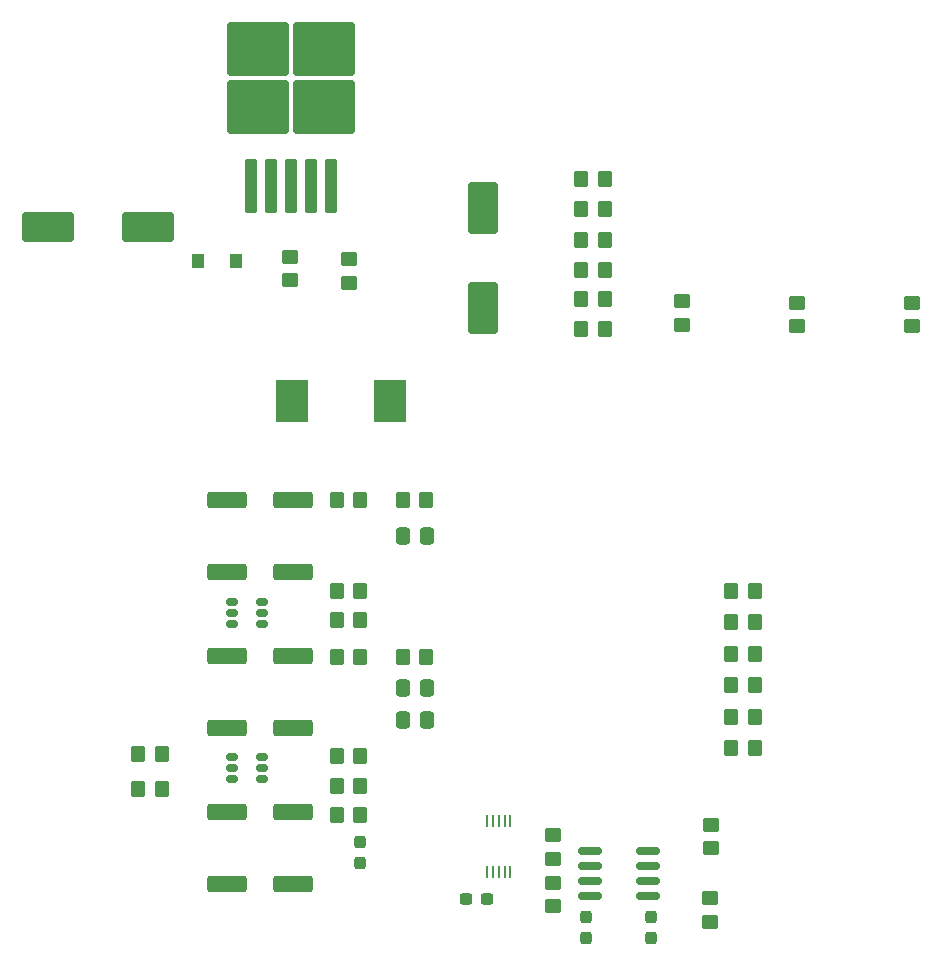
<source format=gbr>
%TF.GenerationSoftware,KiCad,Pcbnew,8.0.4*%
%TF.CreationDate,2024-12-25T17:02:42+05:30*%
%TF.ProjectId,BMS,424d532e-6b69-4636-9164-5f7063625858,rev?*%
%TF.SameCoordinates,Original*%
%TF.FileFunction,Paste,Top*%
%TF.FilePolarity,Positive*%
%FSLAX46Y46*%
G04 Gerber Fmt 4.6, Leading zero omitted, Abs format (unit mm)*
G04 Created by KiCad (PCBNEW 8.0.4) date 2024-12-25 17:02:42*
%MOMM*%
%LPD*%
G01*
G04 APERTURE LIST*
G04 Aperture macros list*
%AMRoundRect*
0 Rectangle with rounded corners*
0 $1 Rounding radius*
0 $2 $3 $4 $5 $6 $7 $8 $9 X,Y pos of 4 corners*
0 Add a 4 corners polygon primitive as box body*
4,1,4,$2,$3,$4,$5,$6,$7,$8,$9,$2,$3,0*
0 Add four circle primitives for the rounded corners*
1,1,$1+$1,$2,$3*
1,1,$1+$1,$4,$5*
1,1,$1+$1,$6,$7*
1,1,$1+$1,$8,$9*
0 Add four rect primitives between the rounded corners*
20,1,$1+$1,$2,$3,$4,$5,0*
20,1,$1+$1,$4,$5,$6,$7,0*
20,1,$1+$1,$6,$7,$8,$9,0*
20,1,$1+$1,$8,$9,$2,$3,0*%
G04 Aperture macros list end*
%ADD10RoundRect,0.237500X-0.237500X0.300000X-0.237500X-0.300000X0.237500X-0.300000X0.237500X0.300000X0*%
%ADD11RoundRect,0.250000X1.000000X-1.950000X1.000000X1.950000X-1.000000X1.950000X-1.000000X-1.950000X0*%
%ADD12RoundRect,0.250000X0.350000X0.450000X-0.350000X0.450000X-0.350000X-0.450000X0.350000X-0.450000X0*%
%ADD13RoundRect,0.250000X-0.350000X-0.450000X0.350000X-0.450000X0.350000X0.450000X-0.350000X0.450000X0*%
%ADD14R,2.700000X3.600000*%
%ADD15RoundRect,0.249999X-1.425001X0.450001X-1.425001X-0.450001X1.425001X-0.450001X1.425001X0.450001X0*%
%ADD16RoundRect,0.250000X-1.950000X-1.000000X1.950000X-1.000000X1.950000X1.000000X-1.950000X1.000000X0*%
%ADD17RoundRect,0.250000X0.450000X-0.350000X0.450000X0.350000X-0.450000X0.350000X-0.450000X-0.350000X0*%
%ADD18RoundRect,0.237500X0.300000X0.237500X-0.300000X0.237500X-0.300000X-0.237500X0.300000X-0.237500X0*%
%ADD19RoundRect,0.150000X0.825000X0.150000X-0.825000X0.150000X-0.825000X-0.150000X0.825000X-0.150000X0*%
%ADD20R,1.041400X1.193800*%
%ADD21RoundRect,0.175000X-0.325000X-0.175000X0.325000X-0.175000X0.325000X0.175000X-0.325000X0.175000X0*%
%ADD22RoundRect,0.250000X-0.337500X-0.475000X0.337500X-0.475000X0.337500X0.475000X-0.337500X0.475000X0*%
%ADD23RoundRect,0.250000X-0.450000X0.350000X-0.450000X-0.350000X0.450000X-0.350000X0.450000X0.350000X0*%
%ADD24RoundRect,0.250000X0.300000X-2.050000X0.300000X2.050000X-0.300000X2.050000X-0.300000X-2.050000X0*%
%ADD25RoundRect,0.250000X2.375000X-2.025000X2.375000X2.025000X-2.375000X2.025000X-2.375000X-2.025000X0*%
%ADD26R,0.250000X1.100000*%
G04 APERTURE END LIST*
D10*
%TO.C,C8*%
X160700000Y-130737500D03*
X160700000Y-132462500D03*
%TD*%
D11*
%TO.C,C3*%
X152004200Y-79114200D03*
X152004200Y-70714200D03*
%TD*%
D12*
%TO.C,R10*%
X124800000Y-116950000D03*
X122800000Y-116950000D03*
%TD*%
D13*
%TO.C,R15*%
X139600000Y-117100000D03*
X141600000Y-117100000D03*
%TD*%
%TO.C,R5*%
X139600000Y-108700000D03*
X141600000Y-108700000D03*
%TD*%
D14*
%TO.C,L1*%
X135824200Y-87064200D03*
X144124200Y-87064200D03*
%TD*%
D13*
%TO.C,R8*%
X145170000Y-95400000D03*
X147170000Y-95400000D03*
%TD*%
%TO.C,R42*%
X160300000Y-70800000D03*
X162300000Y-70800000D03*
%TD*%
D15*
%TO.C,R3*%
X135900000Y-121850000D03*
X135900000Y-127950000D03*
%TD*%
D16*
%TO.C,C1*%
X115184200Y-72264200D03*
X123584200Y-72264200D03*
%TD*%
D10*
%TO.C,C9*%
X166200000Y-130737500D03*
X166200000Y-132462500D03*
%TD*%
D13*
%TO.C,R14*%
X139600000Y-122100000D03*
X141600000Y-122100000D03*
%TD*%
D15*
%TO.C,R4*%
X130300000Y-95400000D03*
X130300000Y-101500000D03*
%TD*%
D17*
%TO.C,R24*%
X171300000Y-124900000D03*
X171300000Y-122900000D03*
%TD*%
D15*
%TO.C,R25*%
X130300000Y-108650000D03*
X130300000Y-114750000D03*
%TD*%
D13*
%TO.C,R18*%
X139600000Y-105600000D03*
X141600000Y-105600000D03*
%TD*%
D18*
%TO.C,C7*%
X152300000Y-129200000D03*
X150575000Y-129200000D03*
%TD*%
D19*
%TO.C,U7*%
X165975000Y-128905000D03*
X165975000Y-127635000D03*
X165975000Y-126365000D03*
X165975000Y-125095000D03*
X161025000Y-125095000D03*
X161025000Y-126365000D03*
X161025000Y-127635000D03*
X161025000Y-128905000D03*
%TD*%
D17*
%TO.C,R43*%
X168800000Y-80600000D03*
X168800000Y-78600000D03*
%TD*%
D20*
%TO.C,D1*%
X131100000Y-75144200D03*
X127874200Y-75144200D03*
%TD*%
D13*
%TO.C,R37*%
X160300000Y-80900000D03*
X162300000Y-80900000D03*
%TD*%
%TO.C,R6*%
X145170000Y-108700000D03*
X147170000Y-108700000D03*
%TD*%
D21*
%TO.C,Q3*%
X130700000Y-117150000D03*
X130700000Y-118100000D03*
X130700000Y-119050000D03*
X133300000Y-119050000D03*
X133300000Y-118100000D03*
X133300000Y-117150000D03*
%TD*%
D17*
%TO.C,R13*%
X135664200Y-76824200D03*
X135664200Y-74824200D03*
%TD*%
D22*
%TO.C,C2*%
X145162500Y-111335000D03*
X147237500Y-111335000D03*
%TD*%
D13*
%TO.C,R16*%
X139600000Y-119600000D03*
X141600000Y-119600000D03*
%TD*%
D17*
%TO.C,R45*%
X188300000Y-80700000D03*
X188300000Y-78700000D03*
%TD*%
D22*
%TO.C,C4*%
X145162500Y-98500000D03*
X147237500Y-98500000D03*
%TD*%
D13*
%TO.C,R48*%
X173000000Y-103120000D03*
X175000000Y-103120000D03*
%TD*%
%TO.C,R7*%
X139600000Y-95400000D03*
X141600000Y-95400000D03*
%TD*%
D22*
%TO.C,C5*%
X145162500Y-114000000D03*
X147237500Y-114000000D03*
%TD*%
D15*
%TO.C,R1*%
X135900000Y-95400000D03*
X135900000Y-101500000D03*
%TD*%
D23*
%TO.C,R23*%
X171200000Y-129100000D03*
X171200000Y-131100000D03*
%TD*%
D13*
%TO.C,R39*%
X160300000Y-75900000D03*
X162300000Y-75900000D03*
%TD*%
%TO.C,R40*%
X160300000Y-73400000D03*
X162300000Y-73400000D03*
%TD*%
%TO.C,R11*%
X173000000Y-116420000D03*
X175000000Y-116420000D03*
%TD*%
%TO.C,R38*%
X160300000Y-78400000D03*
X162300000Y-78400000D03*
%TD*%
D23*
%TO.C,R21*%
X157900000Y-127800000D03*
X157900000Y-129800000D03*
%TD*%
D17*
%TO.C,R44*%
X178600000Y-80700000D03*
X178600000Y-78700000D03*
%TD*%
D13*
%TO.C,R17*%
X139600000Y-103100000D03*
X141600000Y-103100000D03*
%TD*%
D12*
%TO.C,R9*%
X124800000Y-119900000D03*
X122800000Y-119900000D03*
%TD*%
D13*
%TO.C,R47*%
X173000000Y-105780000D03*
X175000000Y-105780000D03*
%TD*%
%TO.C,R20*%
X173000000Y-111100000D03*
X175000000Y-111100000D03*
%TD*%
D24*
%TO.C,U1*%
X132339200Y-68829200D03*
X134039200Y-68829200D03*
X135739200Y-68829200D03*
D25*
X132964200Y-62104200D03*
X138514200Y-62104200D03*
X132964200Y-57254200D03*
X138514200Y-57254200D03*
D24*
X137439200Y-68829200D03*
X139139200Y-68829200D03*
%TD*%
D26*
%TO.C,U3*%
X154300000Y-122600000D03*
X153800000Y-122600000D03*
X153300000Y-122600000D03*
X152800000Y-122600000D03*
X152300000Y-122600000D03*
X152300000Y-126900000D03*
X152800000Y-126900000D03*
X153300000Y-126900000D03*
X153800000Y-126900000D03*
X154300000Y-126900000D03*
%TD*%
D13*
%TO.C,R46*%
X173000000Y-108440000D03*
X175000000Y-108440000D03*
%TD*%
D15*
%TO.C,R2*%
X135900000Y-108650000D03*
X135900000Y-114750000D03*
%TD*%
D21*
%TO.C,Q2*%
X130700000Y-104050000D03*
X130700000Y-105000000D03*
X130700000Y-105950000D03*
X133300000Y-105950000D03*
X133300000Y-105000000D03*
X133300000Y-104050000D03*
%TD*%
D23*
%TO.C,R12*%
X140664200Y-75024200D03*
X140664200Y-77024200D03*
%TD*%
D10*
%TO.C,C6*%
X141600000Y-124400000D03*
X141600000Y-126125000D03*
%TD*%
D17*
%TO.C,R22*%
X157925000Y-125800000D03*
X157925000Y-123800000D03*
%TD*%
D13*
%TO.C,R19*%
X173000000Y-113760000D03*
X175000000Y-113760000D03*
%TD*%
%TO.C,R41*%
X160300000Y-68200000D03*
X162300000Y-68200000D03*
%TD*%
D15*
%TO.C,R26*%
X130300000Y-121850000D03*
X130300000Y-127950000D03*
%TD*%
M02*

</source>
